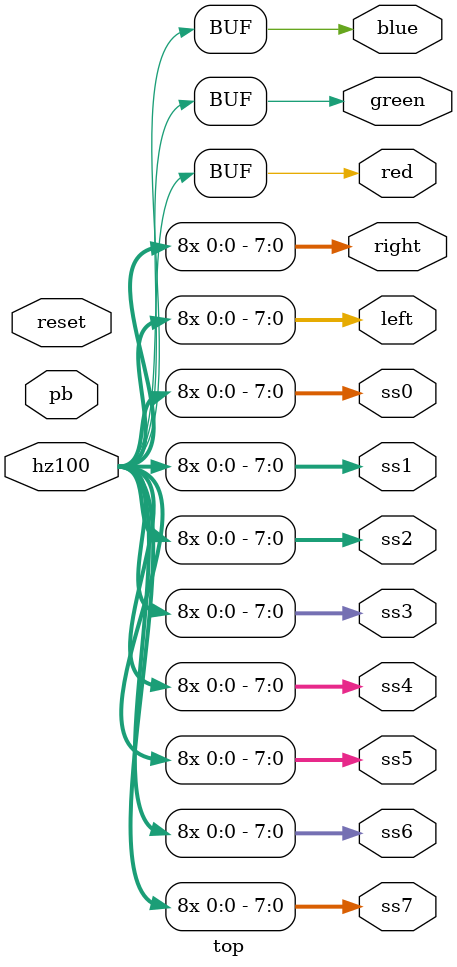
<source format=v>
/*************************************************************
    Welcome to the new ice40HX8K simulation board!
    This demo is pretty straightforward. Press 1 or click
    on the button 1 to reset all flip flops and start the
    different counters on all the outputs.
**************************************************************/

module top (hz100, reset, pb, ss7, ss6, ss5, ss4, ss3, ss2, ss1, ss0, left, right, red, green, blue);

  input hz100;
  input reset;
  input [20:0] pb;
  output [7:0] ss7;
  output [7:0] ss6;
  output [7:0] ss5;
  output [7:0] ss4;
  output [7:0] ss3;
  output [7:0] ss2;
  output [7:0] ss1;
  output [7:0] ss0;
  output [7:0] left;
  output [7:0] right;
  output red;
  output green;
  output blue;

  assign {left, right, ss7, ss6, ss5, ss4, ss3, ss2, ss1, ss0, red, green, blue} = {83{hz100}};

endmodule

</source>
